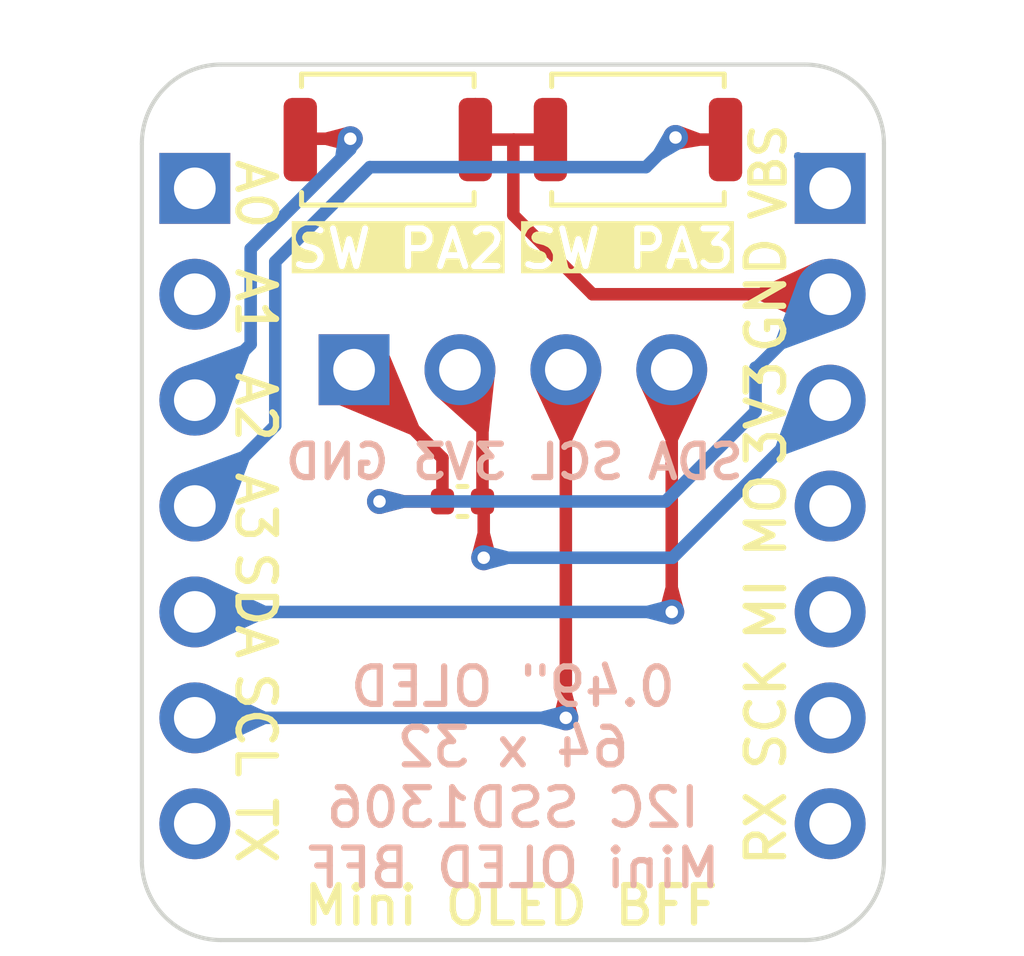
<source format=kicad_pcb>
(kicad_pcb (version 20221018) (generator pcbnew)
  (title_block (title "MINI_OLED_BFF") (date "2024-06-27") (rev "v1.0") (company "@suzan_works"))
  (layers (0 "F.Cu" signal) (31 "B.Cu" signal) (34 "B.Paste" user) (35 "F.Paste" user) (36 "B.SilkS" user "B.Silkscreen") (37 "F.SilkS" user "F.Silkscreen") (38 "B.Mask" user) (39 "F.Mask" user) (44 "Edge.Cuts" user))
  (net 0 "")
  (net 1 "+3.3V")
  (net 2 "GND")
  (net 3 "unconnected-(J1-Pin_1-Pad1)")
  (net 5 "/SDA")
  (net 6 "/SCL")
  (net 7 "unconnected-(J2-Pin_1-Pad1)")
  (net 8 "/PA2")
  (net 9 "/PA3")
  (footprint "Capacitor_SMD:C_0402_1005Metric" (layer "F.Cu") (at 107.69 89.48 180)
    (fp_text reference "C1" hide)
    (fp_text value "C_Small" hide)
    (fp_line (start -0.107836 -0.36) (end 0.107836 -0.36) (stroke (width 0.12)) (layer "F.SilkS"))
    (fp_line (start -0.107836 0.36) (end 0.107836 0.36) (stroke (width 0.12)) (layer "F.SilkS"))
    (pad "1" smd roundrect (at -0.48 0 180) (size 0.56 0.62) (layers "F.Cu" "F.Paste" "F.Mask") (net 1 "+3.3V"))
    (pad "2" smd roundrect (at 0.48 0 180) (size 0.56 0.62) (layers "F.Cu" "F.Paste" "F.Mask") (net 2 "GND"))
  )
  (footprint "Button_Switch_SMD:SW_Push_SPST_NO_Alps_SKRK" (layer "F.Cu") (at 111.9 80.8)
    (fp_text reference "SW2" hide)
    (fp_text value "SW_Push")
    (fp_line (start -2.07 -1.57) (end 2.07 -1.57) (stroke (width 0.12)) (layer "F.SilkS"))
    (fp_line (start -2.07 -1.27) (end -2.07 -1.57) (stroke (width 0.12)) (layer "F.SilkS"))
    (fp_line (start -2.07 1.57) (end -2.07 1.27) (stroke (width 0.12)) (layer "F.SilkS"))
    (fp_line (start 2.07 -1.57) (end 2.07 -1.27) (stroke (width 0.12)) (layer "F.SilkS"))
    (fp_line (start 2.07 1.27) (end 2.07 1.57) (stroke (width 0.12)) (layer "F.SilkS"))
    (fp_line (start 2.07 1.57) (end -2.07 1.57) (stroke (width 0.12)) (layer "F.SilkS"))
    (pad "1" smd roundrect locked (at -2.1 0) (size 0.8 2) (layers "F.Cu" "F.Paste" "F.Mask") (net 2 "GND"))
    (pad "2" smd roundrect locked (at 2.1 0) (size 0.8 2) (layers "F.Cu" "F.Paste" "F.Mask") (net 9 "/PA3"))
  )
  (footprint "Button_Switch_SMD:SW_Push_SPST_NO_Alps_SKRK" (layer "F.Cu") (at 105.9 80.8 180)
    (fp_text reference "SW1" hide)
    (fp_text value "SW_Push")
    (fp_line (start -2.07 -1.57) (end 2.07 -1.57) (stroke (width 0.12)) (layer "F.SilkS"))
    (fp_line (start -2.07 -1.27) (end -2.07 -1.57) (stroke (width 0.12)) (layer "F.SilkS"))
    (fp_line (start -2.07 1.57) (end -2.07 1.27) (stroke (width 0.12)) (layer "F.SilkS"))
    (fp_line (start 2.07 -1.57) (end 2.07 -1.27) (stroke (width 0.12)) (layer "F.SilkS"))
    (fp_line (start 2.07 1.27) (end 2.07 1.57) (stroke (width 0.12)) (layer "F.SilkS"))
    (fp_line (start 2.07 1.57) (end -2.07 1.57) (stroke (width 0.12)) (layer "F.SilkS"))
    (pad "1" smd roundrect locked (at -2.1 0 180) (size 0.8 2) (layers "F.Cu" "F.Paste" "F.Mask") (net 2 "GND"))
    (pad "2" smd roundrect locked (at 2.1 0 180) (size 0.8 2) (layers "F.Cu" "F.Paste" "F.Mask") (net 8 "/PA2"))
  )
  (footprint "Connector_PinHeader_2.54mm:PinHeader_1x04_P2.54mm_Vertical" (layer "F.Cu") (at 105.09 86.32 90)
    (fp_text reference "J3" hide)
    (fp_text value "Conn_01x04")
    (pad "1" thru_hole rect (at 0 0 90) (size 1.7 1.7) (drill 1) (layers "*.Cu" "*.Mask") (net 2 "GND"))
    (pad "2" thru_hole oval (at 0 2.54 90) (size 1.7 1.7) (drill 1) (layers "*.Cu" "*.Mask") (net 1 "+3.3V"))
    (pad "3" thru_hole oval (at 0 5.08 90) (size 1.7 1.7) (drill 1) (layers "*.Cu" "*.Mask") (net 6 "/SCL"))
    (pad "4" thru_hole oval (at 0 7.62 90) (size 1.7 1.7) (drill 1) (layers "*.Cu" "*.Mask") (net 5 "/SDA"))
  )
  (footprint "Connector_PinHeader_2.54mm:PinHeader_1x07_P2.54mm_Vertical" (layer "B.Cu") (at 116.51 81.97 180)
    (fp_text reference "J2" hide)
    (fp_text value "Conn_01x07")
    (pad "1" thru_hole rect locked (at 0 0 180) (size 1.7 1.7) (drill 1) (layers "*.Cu" "*.Mask") (net 7 "unconnected-(J2-Pin_1-Pad1)"))
    (pad "2" thru_hole oval locked (at 0 -2.54 180) (size 1.7 1.7) (drill 1) (layers "*.Cu" "*.Mask") (net 2 "GND"))
    (pad "3" thru_hole oval locked (at 0 -5.08 180) (size 1.7 1.7) (drill 1) (layers "*.Cu" "*.Mask") (net 1 "+3.3V"))
    (pad "4" thru_hole oval locked (at 0 -7.62 180) (size 1.7 1.7) (drill 1) (layers "*.Cu" "*.Mask"))
    (pad "5" thru_hole oval locked (at 0 -10.16 180) (size 1.7 1.7) (drill 1) (layers "*.Cu" "*.Mask"))
    (pad "6" thru_hole oval locked (at 0 -12.7 180) (size 1.7 1.7) (drill 1) (layers "*.Cu" "*.Mask"))
    (pad "7" thru_hole oval locked (at 0 -15.24 180) (size 1.7 1.7) (drill 1) (layers "*.Cu" "*.Mask"))
  )
  (footprint "Connector_PinHeader_2.54mm:PinHeader_1x07_P2.54mm_Vertical" (layer "B.Cu") (at 101.27 81.97 180)
    (fp_text reference "J1" hide)
    (fp_text value "Conn_01x07")
    (pad "1" thru_hole rect locked (at 0 0 180) (size 1.7 1.7) (drill 1) (layers "*.Cu" "*.Mask") (net 3 "unconnected-(J1-Pin_1-Pad1)"))
    (pad "2" thru_hole oval locked (at 0 -2.54 180) (size 1.7 1.7) (drill 1) (layers "*.Cu" "*.Mask"))
    (pad "3" thru_hole oval locked (at 0 -5.08 180) (size 1.7 1.7) (drill 1) (layers "*.Cu" "*.Mask") (net 8 "/PA2"))
    (pad "4" thru_hole oval locked (at 0 -7.62 180) (size 1.7 1.7) (drill 1) (layers "*.Cu" "*.Mask") (net 9 "/PA3"))
    (pad "5" thru_hole oval locked (at 0 -10.16 180) (size 1.7 1.7) (drill 1) (layers "*.Cu" "*.Mask") (net 5 "/SDA"))
    (pad "6" thru_hole oval locked (at 0 -12.7 180) (size 1.7 1.7) (drill 1) (layers "*.Cu" "*.Mask") (net 6 "/SCL"))
    (pad "7" thru_hole oval locked (at 0 -15.24 180) (size 1.7 1.7) (drill 1) (layers "*.Cu" "*.Mask"))
  )
  (gr_arc (start 100 80.9) (mid 100.556497 79.556497) (end 101.9 79) (stroke (width 0.1)) (layer "Edge.Cuts"))
  (gr_line (start 115.9 100) (end 101.9 100) (stroke (width 0.1)) (layer "Edge.Cuts"))
  (gr_arc (start 115.9 79) (mid 117.243503 79.556497) (end 117.8 80.9) (stroke (width 0.1)) (layer "Edge.Cuts"))
  (gr_arc (start 117.8 98.1) (mid 117.243503 99.443503) (end 115.9 100) (stroke (width 0.1)) (layer "Edge.Cuts"))
  (gr_arc (start 101.9 100) (mid 100.556497 99.443503) (end 100 98.1) (stroke (width 0.1)) (layer "Edge.Cuts"))
  (gr_line (start 100 98.1) (end 100 80.9) (stroke (width 0.1)) (layer "Edge.Cuts"))
  (gr_line (start 101.9 79) (end 115.9 79) (stroke (width 0.1)) (layer "Edge.Cuts"))
  (gr_line (start 117.8 80.9) (end 117.8 98.1) (stroke (width 0.1)) (layer "Edge.Cuts"))
  (gr_text "0.49{dblquote} OLED\n64 x 32\nI2C SSD1306\nMini OLED BFF" (at 108.9 98.8) (layer "B.SilkS") (effects (font (size 0.9 0.9)) (justify bottom mirror)))
  (gr_text "SDA SCL 3V3 GND" (at 114.5 89) (layer "B.SilkS") (effects (font (size 0.8 0.8)) (justify left bottom mirror)))
  (gr_text "Mini OLED BFF" (at 113.9 99.7) (layer "F.SilkS") (effects (font (size 0.9 0.9)) (justify right bottom)))
  (gr_text "SDA" (at 102.2 90.6 270) (layer "F.SilkS") (effects (font (size 0.9 0.9)) (justify left bottom)))
  (gr_text "A2" (at 102.2 86.3 270) (layer "F.SilkS") (effects (font (size 0.9 0.9)) (justify left bottom)))
  (gr_text "A3" (at 102.2 88.7 270) (layer "F.SilkS") (effects (font (size 0.9 0.9)) (justify left bottom)))
  (gr_text "A0" (at 102.2 81.2 -90) (layer "F.SilkS") (effects (font (size 0.9 0.9)) (justify left bottom)))
  (gr_text "TX" (at 102.2 96.5 270) (layer "F.SilkS") (effects (font (size 0.9 0.9)) (justify left bottom)))
  (gr_text "VBS" (at 115.5 82.8 90) (layer "F.SilkS") (effects (font (size 0.8 0.8)) (justify left bottom)))
  (gr_text "SCK" (at 115.5 96 90) (layer "F.SilkS") (effects (font (size 0.9 0.9)) (justify left bottom)))
  (gr_text "SW PA3" (at 109 83.95) (layer "F.SilkS" knockout) (effects (font (size 0.9 0.9)) (justify left bottom)))
  (gr_text "GND" (at 115.5 86 90) (layer "F.SilkS") (effects (font (size 0.9 0.9)) (justify left bottom)))
  (gr_text "SW PA2" (at 103.5 83.95) (layer "F.SilkS" knockout) (effects (font (size 0.9 0.9)) (justify left bottom)))
  (gr_text "A1" (at 102.2 83.8 270) (layer "F.SilkS") (effects (font (size 0.9 0.9)) (justify left bottom)))
  (gr_text "SCL" (at 102.2 93.5 270) (layer "F.SilkS") (effects (font (size 0.9 0.9)) (justify left bottom)))
  (gr_text "MI" (at 115.5 92.9 90) (layer "F.SilkS") (effects (font (size 0.9 0.9)) (justify left bottom)))
  (gr_text "3V3" (at 115.5 88.7 90) (layer "F.SilkS") (effects (font (size 0.9 0.9)) (justify left bottom)))
  (gr_text "MO" (at 115.5 90.9 90) (layer "F.SilkS") (effects (font (size 0.9 0.9)) (justify left bottom)))
  (gr_text "RX" (at 115.5 98.3 90) (layer "F.SilkS") (effects (font (size 0.9 0.9)) (justify left bottom)))
  (segment (start 107.63 86.32) (end 108.17 86.86) (width 0.3) (layer "F.Cu") (net 1))
  (segment (start 108.2 89.51) (end 108.17 89.48) (width 0.3) (layer "F.Cu") (net 1))
  (segment (start 108.2 90.83) (end 108.2 89.51) (width 0.3) (layer "F.Cu") (net 1))
  (segment (start 108.17 86.86) (end 108.17 89.48) (width 0.3) (layer "F.Cu") (net 1))
  (via (at 108.2 90.83) (size 0.6) (drill 0.3) (layers "F.Cu" "B.Cu") (net 1))
  (segment (start 108.2 90.83) (end 112.73 90.83) (width 0.3) (layer "B.Cu") (net 1))
  (segment (start 112.73 90.83) (end 116.51 87.05) (width 0.3) (layer "B.Cu") (net 1))
  (segment (start 110.81 84.51) (end 108.91 82.61) (width 0.3) (layer "F.Cu") (net 2))
  (segment (start 105.7 89.48) (end 107.21 89.48) (width 0.3) (layer "F.Cu") (net 2))
  (segment (start 108.92 80.8) (end 109.8 80.8) (width 0.3) (layer "F.Cu") (net 2))
  (segment (start 108 79.9) (end 108 80.8) (width 0.2) (layer "F.Cu") (net 2))
  (segment (start 107.21 89.48) (end 107.21 88.44) (width 0.3) (layer "F.Cu") (net 2))
  (segment (start 107.21 88.44) (end 105.09 86.32) (width 0.3) (layer "F.Cu") (net 2))
  (segment (start 108.91 82.61) (end 108.91 80.81) (width 0.3) (layer "F.Cu") (net 2))
  (segment (start 108.91 80.81) (end 108.92 80.8) (width 0.3) (layer "F.Cu") (net 2))
  (segment (start 108 80.8) (end 108.92 80.8) (width 0.3) (layer "F.Cu") (net 2))
  (segment (start 105.24 86.32) (end 105.09 86.32) (width 0.3) (layer "F.Cu") (net 2))
  (segment (start 116.51 84.51) (end 110.81 84.51) (width 0.3) (layer "F.Cu") (net 2))
  (via (at 105.7 89.48) (size 0.6) (drill 0.3) (layers "F.Cu" "B.Cu") (net 2))
  (segment (start 105.7 89.48) (end 112.56 89.48) (width 0.3) (layer "B.Cu") (net 2))
  (segment (start 112.56 89.48) (end 114.72 87.32) (width 0.3) (layer "B.Cu") (net 2))
  (segment (start 114.72 86.27) (end 114.75 86.27) (width 0.3) (layer "B.Cu") (net 2))
  (segment (start 114.75 86.27) (end 116.51 84.51) (width 0.3) (layer "B.Cu") (net 2))
  (segment (start 114.72 87.32) (end 114.72 86.27) (width 0.3) (layer "B.Cu") (net 2))
  (segment (start 101.27 81.97) (end 101.3 82) (width 0.2) (layer "B.Cu") (net 3))
  (segment (start 101.3 82) (end 102 82) (width 0.2) (layer "B.Cu") (net 3))
  (segment (start 112.71 92.13) (end 112.71 86.32) (width 0.3) (layer "F.Cu") (net 5))
  (via (at 112.71 92.13) (size 0.6) (drill 0.3) (layers "F.Cu" "B.Cu") (net 5))
  (segment (start 101.27 92.13) (end 112.71 92.13) (width 0.3) (layer "B.Cu") (net 5))
  (segment (start 110.17 94.67) (end 110.17 86.32) (width 0.3) (layer "F.Cu") (net 6))
  (via (at 110.17 94.67) (size 0.6) (drill 0.3) (layers "F.Cu" "B.Cu") (net 6))
  (segment (start 101.27 94.67) (end 110.17 94.67) (width 0.3) (layer "B.Cu") (net 6))
  (segment (start 116.43 81.97) (end 116.51 81.97) (width 0.3) (layer "B.Cu") (net 7))
  (segment (start 116.51 81.97) (end 115.74 81.2) (width 0.2) (layer "B.Cu") (net 7))
  (segment (start 105 80.78) (end 103.82 80.78) (width 0.3) (layer "F.Cu") (net 8))
  (segment (start 103.82 80.78) (end 103.8 80.8) (width 0.3) (layer "F.Cu") (net 8))
  (via (at 105 80.78) (size 0.6) (drill 0.3) (layers "F.Cu" "B.Cu") (net 8))
  (segment (start 105 81.03) (end 105 80.78) (width 0.3) (layer "B.Cu") (net 8))
  (segment (start 102.61 85.71) (end 102.61 83.42) (width 0.3) (layer "B.Cu") (net 8))
  (segment (start 101.27 87.05) (end 102.61 85.71) (width 0.3) (layer "B.Cu") (net 8))
  (segment (start 102.61 83.42) (end 105 81.03) (width 0.3) (layer "B.Cu") (net 8))
  (segment (start 112.85 80.8) (end 114 80.8) (width 0.3) (layer "F.Cu") (net 9))
  (segment (start 112.8 80.75) (end 112.85 80.8) (width 0.3) (layer "F.Cu") (net 9))
  (segment (start 101.27 89.59) (end 101.31 89.59) (width 0.2) (layer "F.Cu") (net 9))
  (via (at 112.8 80.75) (size 0.6) (drill 0.3) (layers "F.Cu" "B.Cu") (net 9))
  (segment (start 103.2 83.73) (end 103.2 87.66) (width 0.3) (layer "B.Cu") (net 9))
  (segment (start 112.09 81.46) (end 105.47 81.46) (width 0.3) (layer "B.Cu") (net 9))
  (segment (start 112.8 80.75) (end 112.09 81.46) (width 0.3) (layer "B.Cu") (net 9))
  (segment (start 103.2 87.66) (end 101.27 89.59) (width 0.3) (layer "B.Cu") (net 9))
  (segment (start 105.47 81.46) (end 103.2 83.73) (width 0.3) (layer "B.Cu") (net 9))
)
</source>
